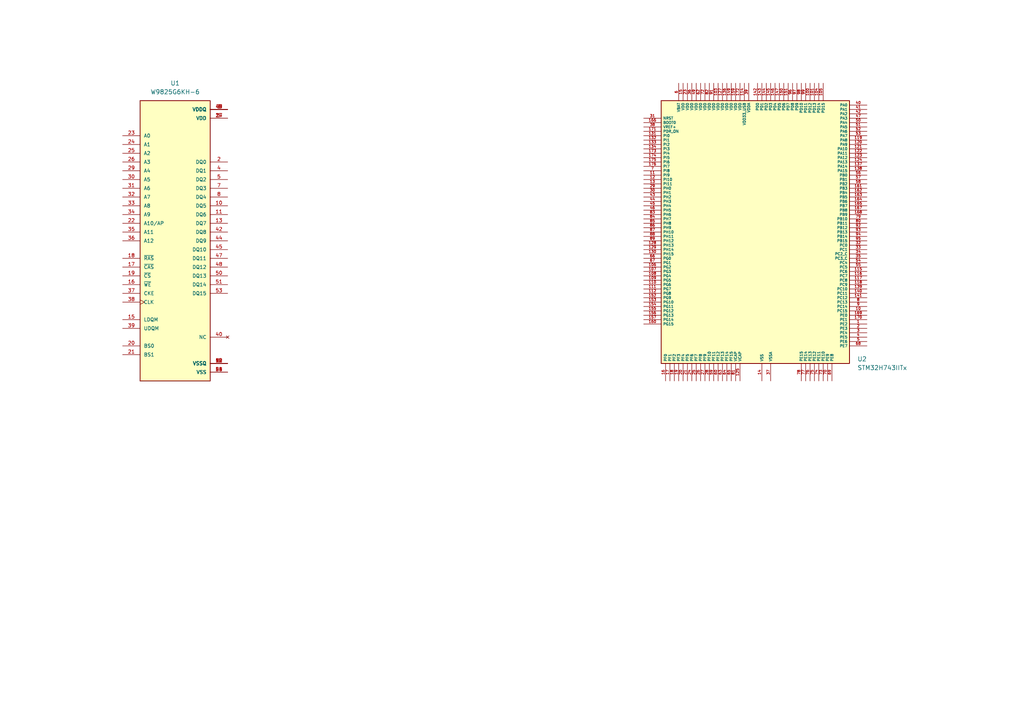
<source format=kicad_sch>
(kicad_sch (version 20250114) (generator "eeschema") (generator_version "9.0")
  (paper "A4")
  (lib_symbols
    (symbol "MCU_ST_STM32H7:STM32H743IITx"
      (property "Reference" "U2" (at 9.906 29.21 0))
      (property "Value" "STM32H743IITx" (at 9.906 26.67 0))
      (symbol "STM32H743IITx_0_1"
        (rectangle (start -46.99 104.14) (end 7.62 27.94) (stroke (width 0.254)) (fill (type background)))
      )
      (symbol "STM32H743IITx_1_1"
        (pin input line (at -52.07 99.06 0) (length 5.08) (name "NRST") (number "31"))
        (pin input line (at -52.07 97.79 0) (length 5.08) (name "BOOT0") (number "166"))
        (pin input line (at -52.07 96.52 0) (length 5.08) (name "VREF+") (number "38"))
        (pin input line (at -52.07 95.25 0) (length 5.08) (name "PDR_ON") (number "171"))
        (pin bidirectional line (at -52.07 93.98 0) (length 5.08) (name "PI0") (number "131"))
        (pin bidirectional line (at -52.07 92.71 0) (length 5.08) (name "PI1") (number "132"))
        (pin bidirectional line (at -52.07 91.44 0) (length 5.08) (name "PI2") (number "133"))
        (pin bidirectional line (at -52.07 90.17 0) (length 5.08) (name "PI3") (number "134"))
        (pin bidirectional line (at -52.07 88.9 0) (length 5.08) (name "PI4") (number "173"))
        (pin bidirectional line (at -52.07 87.63 0) (length 5.08) (name "PI5") (number "174"))
        (pin bidirectional line (at -52.07 86.36 0) (length 5.08) (name "PI6") (number "175"))
        (pin bidirectional line (at -52.07 85.09 0) (length 5.08) (name "PI7") (number "176"))
        (pin bidirectional line (at -52.07 83.82 0) (length 5.08) (name "PI8") (number "7"))
        (pin bidirectional line (at -52.07 82.55 0) (length 5.08) (name "PI9") (number "11"))
        (pin bidirectional line (at -52.07 81.28 0) (length 5.08) (name "PI10") (number "12"))
        (pin bidirectional line (at -52.07 80.01 0) (length 5.08) (name "PI11") (number "13"))
        (pin bidirectional line (at -52.07 78.74 0) (length 5.08) (name "PH0") (number "29"))
        (pin bidirectional line (at -52.07 77.47 0) (length 5.08) (name "PH1") (number "30"))
        (pin bidirectional line (at -52.07 76.2 0) (length 5.08) (name "PH2") (number "43"))
        (pin bidirectional line (at -52.07 74.93 0) (length 5.08) (name "PH3") (number "44"))
        (pin bidirectional line (at -52.07 73.66 0) (length 5.08) (name "PH4") (number "45"))
        (pin bidirectional line (at -52.07 72.39 0) (length 5.08) (name "PH5") (number "46"))
        (pin bidirectional line (at -52.07 71.12 0) (length 5.08) (name "PH6") (number "83"))
        (pin bidirectional line (at -52.07 69.85 0) (length 5.08) (name "PH7") (number "84"))
        (pin bidirectional line (at -52.07 68.58 0) (length 5.08) (name "PH8") (number "85"))
        (pin bidirectional line (at -52.07 67.31 0) (length 5.08) (name "PH9") (number "86"))
        (pin bidirectional line (at -52.07 66.04 0) (length 5.08) (name "PH10") (number "87"))
        (pin bidirectional line (at -52.07 64.77 0) (length 5.08) (name "PH11") (number "88"))
        (pin bidirectional line (at -52.07 63.5 0) (length 5.08) (name "PH12") (number "89"))
        (pin bidirectional line (at -52.07 62.23 0) (length 5.08) (name "PH13") (number "128"))
        (pin bidirectional line (at -52.07 60.96 0) (length 5.08) (name "PH14") (number "129"))
        (pin bidirectional line (at -52.07 59.69 0) (length 5.08) (name "PH15") (number "130"))
        (pin bidirectional line (at -52.07 58.42 0) (length 5.08) (name "PG0") (number "66"))
        (pin bidirectional line (at -52.07 57.15 0) (length 5.08) (name "PG1") (number "67"))
        (pin bidirectional line (at -52.07 55.88 0) (length 5.08) (name "PG2") (number "106"))
        (pin bidirectional line (at -52.07 54.61 0) (length 5.08) (name "PG3") (number "107"))
        (pin bidirectional line (at -52.07 53.34 0) (length 5.08) (name "PG4") (number "108"))
        (pin bidirectional line (at -52.07 52.07 0) (length 5.08) (name "PG5") (number "109"))
        (pin bidirectional line (at -52.07 50.8 0) (length 5.08) (name "PG6") (number "110"))
        (pin bidirectional line (at -52.07 49.53 0) (length 5.08) (name "PG7") (number "111"))
        (pin bidirectional line (at -52.07 48.26 0) (length 5.08) (name "PG8") (number "112"))
        (pin bidirectional line (at -52.07 46.99 0) (length 5.08) (name "PG9") (number "152"))
        (pin bidirectional line (at -52.07 45.72 0) (length 5.08) (name "PG10") (number "153"))
        (pin bidirectional line (at -52.07 44.45 0) (length 5.08) (name "PG11") (number "154"))
        (pin bidirectional line (at -52.07 43.18 0) (length 5.08) (name "PG12") (number "155"))
        (pin bidirectional line (at -52.07 41.91 0) (length 5.08) (name "PG13") (number "156"))
        (pin bidirectional line (at -52.07 40.64 0) (length 5.08) (name "PG14") (number "157"))
        (pin bidirectional line (at -52.07 39.37 0) (length 5.08) (name "PG15") (number "160"))
        (pin bidirectional line (at -45.72 22.86 90) (length 5.08) (name "PF0") (number "16"))
        (pin bidirectional line (at -44.45 22.86 90) (length 5.08) (name "PF1") (number "17"))
        (pin bidirectional line (at -43.18 22.86 90) (length 5.08) (name "PF2") (number "18"))
        (pin power_in line (at -41.91 109.22 270) (length 5.08) (name "VBAT") (number "6"))
        (pin bidirectional line (at -41.91 22.86 90) (length 5.08) (name "PF3") (number "19"))
        (pin power_in line (at -40.64 109.22 270) (length 5.08) (name "VDD") (number "15"))
        (pin bidirectional line (at -40.64 22.86 90) (length 5.08) (name "PF4") (number "20"))
        (pin power_in line (at -39.37 109.22 270) (length 5.08) (name "VDD") (number "23"))
        (pin bidirectional line (at -39.37 22.86 90) (length 5.08) (name "PF5") (number "21"))
        (pin power_in line (at -38.1 109.22 270) (length 5.08) (name "VDD") (number "36"))
        (pin bidirectional line (at -38.1 22.86 90) (length 5.08) (name "PF6") (number "24"))
        (pin power_in line (at -36.83 109.22 270) (length 5.08) (name "VDD") (number "49"))
        (pin bidirectional line (at -36.83 22.86 90) (length 5.08) (name "PF7") (number "25"))
        (pin power_in line (at -35.56 109.22 270) (length 5.08) (name "VDD") (number "62"))
        (pin bidirectional line (at -35.56 22.86 90) (length 5.08) (name "PF8") (number "26"))
        (pin power_in line (at -34.29 109.22 270) (length 5.08) (name "VDD") (number "72"))
        (pin bidirectional line (at -34.29 22.86 90) (length 5.08) (name "PF9") (number "27"))
        (pin power_in line (at -33.02 109.22 270) (length 5.08) (name "VDD") (number "82"))
        (pin bidirectional line (at -33.02 22.86 90) (length 5.08) (name "PF10") (number "28"))
        (pin power_in line (at -31.75 109.22 270) (length 5.08) (name "VDD") (number "91"))
        (pin bidirectional line (at -31.75 22.86 90) (length 5.08) (name "PF11") (number "59"))
        (pin power_in line (at -30.48 109.22 270) (length 5.08) (name "VDD") (number "103"))
        (pin bidirectional line (at -30.48 22.86 90) (length 5.08) (name "PF12") (number "60"))
        (pin power_in line (at -29.21 109.22 270) (length 5.08) (name "VDD") (number "127"))
        (pin bidirectional line (at -29.21 22.86 90) (length 5.08) (name "PF13") (number "63"))
        (pin power_in line (at -27.94 109.22 270) (length 5.08) (name "VDD") (number "136"))
        (pin bidirectional line (at -27.94 22.86 90) (length 5.08) (name "PF14") (number "64"))
        (pin power_in line (at -26.67 109.22 270) (length 5.08) (name "VDD") (number "149"))
        (pin bidirectional line (at -26.67 22.86 90) (length 5.08) (name "PF15") (number "65"))
        (pin power_in line (at -25.4 109.22 270) (length 5.08) (name "VDD") (number "159"))
        (pin power_out line (at -25.4 22.86 90) (length 5.08) (name "VCAP") (number "81"))
        (pin power_in line (at -24.13 109.22 270) (length 5.08) (name "VDD") (number "172"))
        (pin power_out line (at -24.13 22.86 90) (length 5.08) (name "VCAP") (number "125"))
        (pin power_in line (at -22.86 109.22 270) (length 5.08) (name "VDD33_USB") (number "114"))
        (pin power_in line (at -21.59 109.22 270) (length 5.08) (name "VDDA") (number "39"))
        (pin bidirectional line (at -19.05 109.22 270) (length 5.08) (name "PD0") (number "142"))
        (pin bidirectional line (at -17.78 109.22 270) (length 5.08) (name "PD1") (number "143"))
        (pin passive line (at -17.78 22.86 90) (length 5.08) (hide yes) (name "VSS") (number "102"))
        (pin passive line (at -17.78 22.86 90) (length 5.08) (hide yes) (name "VSS") (number "113"))
        (pin passive line (at -17.78 22.86 90) (length 5.08) (hide yes) (name "VSS") (number "126"))
        (pin passive line (at -17.78 22.86 90) (length 5.08) (hide yes) (name "VSS") (number "135"))
        (pin power_in line (at -17.78 22.86 90) (length 5.08) (name "VSS") (number "14"))
        (pin passive line (at -17.78 22.86 90) (length 5.08) (hide yes) (name "VSS") (number "148"))
        (pin passive line (at -17.78 22.86 90) (length 5.08) (hide yes) (name "VSS") (number "158"))
        (pin passive line (at -17.78 22.86 90) (length 5.08) (hide yes) (name "VSS") (number "22"))
        (pin passive line (at -17.78 22.86 90) (length 5.08) (hide yes) (name "VSS") (number "48"))
        (pin passive line (at -17.78 22.86 90) (length 5.08) (hide yes) (name "VSS") (number "61"))
        (pin passive line (at -17.78 22.86 90) (length 5.08) (hide yes) (name "VSS") (number "71"))
        (pin passive line (at -17.78 22.86 90) (length 5.08) (hide yes) (name "VSS") (number "90"))
        (pin bidirectional line (at -16.51 109.22 270) (length 5.08) (name "PD2") (number "144"))
        (pin bidirectional line (at -15.24 109.22 270) (length 5.08) (name "PD3") (number "145"))
        (pin power_in line (at -15.24 22.86 90) (length 5.08) (name "VSSA") (number "37"))
        (pin bidirectional line (at -13.97 109.22 270) (length 5.08) (name "PD4") (number "146"))
        (pin bidirectional line (at -12.7 109.22 270) (length 5.08) (name "PD5") (number "147"))
        (pin bidirectional line (at -11.43 109.22 270) (length 5.08) (name "PD6") (number "150"))
        (pin bidirectional line (at -10.16 109.22 270) (length 5.08) (name "PD7") (number "151"))
        (pin bidirectional line (at -8.89 109.22 270) (length 5.08) (name "PD8") (number "96"))
        (pin bidirectional line (at -7.62 109.22 270) (length 5.08) (name "PD9") (number "97"))
        (pin bidirectional line (at -6.35 109.22 270) (length 5.08) (name "PD10") (number "98"))
        (pin bidirectional line (at -6.35 22.86 90) (length 5.08) (name "PE15") (number "78"))
        (pin bidirectional line (at -5.08 109.22 270) (length 5.08) (name "PD11") (number "99"))
        (pin bidirectional line (at -5.08 22.86 90) (length 5.08) (name "PE14") (number "77"))
        (pin bidirectional line (at -3.81 109.22 270) (length 5.08) (name "PD12") (number "100"))
        (pin bidirectional line (at -3.81 22.86 90) (length 5.08) (name "PE13") (number "76"))
        (pin bidirectional line (at -2.54 109.22 270) (length 5.08) (name "PD13") (number "101"))
        (pin bidirectional line (at -2.54 22.86 90) (length 5.08) (name "PE12") (number "75"))
        (pin bidirectional line (at -1.27 109.22 270) (length 5.08) (name "PD14") (number "104"))
        (pin bidirectional line (at -1.27 22.86 90) (length 5.08) (name "PE11") (number "74"))
        (pin bidirectional line (at 0 109.22 270) (length 5.08) (name "PD15") (number "105"))
        (pin bidirectional line (at 0 22.86 90) (length 5.08) (name "PE10") (number "73"))
        (pin bidirectional line (at 1.27 22.86 90) (length 5.08) (name "PE9") (number "70"))
        (pin bidirectional line (at 2.54 22.86 90) (length 5.08) (name "PE8") (number "69"))
        (pin bidirectional line (at 12.7 102.87 180) (length 5.08) (name "PA0") (number "40"))
        (pin bidirectional line (at 12.7 101.6 180) (length 5.08) (name "PA1") (number "41"))
        (pin bidirectional line (at 12.7 100.33 180) (length 5.08) (name "PA2") (number "42"))
        (pin bidirectional line (at 12.7 99.06 180) (length 5.08) (name "PA3") (number "47"))
        (pin bidirectional line (at 12.7 97.79 180) (length 5.08) (name "PA4") (number "50"))
        (pin bidirectional line (at 12.7 96.52 180) (length 5.08) (name "PA5") (number "51"))
        (pin bidirectional line (at 12.7 95.25 180) (length 5.08) (name "PA6") (number "52"))
        (pin bidirectional line (at 12.7 93.98 180) (length 5.08) (name "PA7") (number "53"))
        (pin bidirectional line (at 12.7 92.71 180) (length 5.08) (name "PA8") (number "119"))
        (pin bidirectional line (at 12.7 91.44 180) (length 5.08) (name "PA9") (number "120"))
        (pin bidirectional line (at 12.7 90.17 180) (length 5.08) (name "PA10") (number "121"))
        (pin bidirectional line (at 12.7 88.9 180) (length 5.08) (name "PA11") (number "122"))
        (pin bidirectional line (at 12.7 87.63 180) (length 5.08) (name "PA12") (number "123"))
        (pin bidirectional line (at 12.7 86.36 180) (length 5.08) (name "PA13") (number "124"))
        (pin bidirectional line (at 12.7 85.09 180) (length 5.08) (name "PA14") (number "137"))
        (pin bidirectional line (at 12.7 83.82 180) (length 5.08) (name "PA15") (number "138"))
        (pin bidirectional line (at 12.7 82.55 180) (length 5.08) (name "PB0") (number "56"))
        (pin bidirectional line (at 12.7 81.28 180) (length 5.08) (name "PB1") (number "57"))
        (pin bidirectional line (at 12.7 80.01 180) (length 5.08) (name "PB2") (number "58"))
        (pin bidirectional line (at 12.7 78.74 180) (length 5.08) (name "PB3") (number "161"))
        (pin bidirectional line (at 12.7 77.47 180) (length 5.08) (name "PB4") (number "162"))
        (pin bidirectional line (at 12.7 76.2 180) (length 5.08) (name "PB5") (number "163"))
        (pin bidirectional line (at 12.7 74.93 180) (length 5.08) (name "PB6") (number "164"))
        (pin bidirectional line (at 12.7 73.66 180) (length 5.08) (name "PB7") (number "165"))
        (pin bidirectional line (at 12.7 72.39 180) (length 5.08) (name "PB8") (number "167"))
        (pin bidirectional line (at 12.7 71.12 180) (length 5.08) (name "PB9") (number "168"))
        (pin bidirectional line (at 12.7 69.85 180) (length 5.08) (name "PB10") (number "79"))
        (pin bidirectional line (at 12.7 68.58 180) (length 5.08) (name "PB11") (number "80"))
        (pin bidirectional line (at 12.7 67.31 180) (length 5.08) (name "PB12") (number "92"))
        (pin bidirectional line (at 12.7 66.04 180) (length 5.08) (name "PB13") (number "93"))
        (pin bidirectional line (at 12.7 64.77 180) (length 5.08) (name "PB14") (number "94"))
        (pin bidirectional line (at 12.7 63.5 180) (length 5.08) (name "PB15") (number "95"))
        (pin bidirectional line (at 12.7 62.23 180) (length 5.08) (name "PC0") (number "32"))
        (pin bidirectional line (at 12.7 60.96 180) (length 5.08) (name "PC1") (number "33"))
        (pin bidirectional line (at 12.7 59.69 180) (length 5.08) (name "PC2_C") (number "34"))
        (pin bidirectional line (at 12.7 58.42 180) (length 5.08) (name "PC3_C") (number "35"))
        (pin bidirectional line (at 12.7 57.15 180) (length 5.08) (name "PC4") (number "54"))
        (pin bidirectional line (at 12.7 55.88 180) (length 5.08) (name "PC5") (number "55"))
        (pin bidirectional line (at 12.7 54.61 180) (length 5.08) (name "PC6") (number "115"))
        (pin bidirectional line (at 12.7 53.34 180) (length 5.08) (name "PC7") (number "116"))
        (pin bidirectional line (at 12.7 52.07 180) (length 5.08) (name "PC8") (number "117"))
        (pin bidirectional line (at 12.7 50.8 180) (length 5.08) (name "PC9") (number "118"))
        (pin bidirectional line (at 12.7 49.53 180) (length 5.08) (name "PC10") (number "139"))
        (pin bidirectional line (at 12.7 48.26 180) (length 5.08) (name "PC11") (number "140"))
        (pin bidirectional line (at 12.7 46.99 180) (length 5.08) (name "PC12") (number "141"))
        (pin bidirectional line (at 12.7 45.72 180) (length 5.08) (name "PC13") (number "8"))
        (pin bidirectional line (at 12.7 44.45 180) (length 5.08) (name "PC14") (number "9"))
        (pin bidirectional line (at 12.7 43.18 180) (length 5.08) (name "PC15") (number "10"))
        (pin bidirectional line (at 12.7 41.91 180) (length 5.08) (name "PE0") (number "169"))
        (pin bidirectional line (at 12.7 40.64 180) (length 5.08) (name "PE1") (number "170"))
        (pin bidirectional line (at 12.7 39.37 180) (length 5.08) (name "PE2") (number "1"))
        (pin bidirectional line (at 12.7 38.1 180) (length 5.08) (name "PE3") (number "2"))
        (pin bidirectional line (at 12.7 36.83 180) (length 5.08) (name "PE4") (number "3"))
        (pin bidirectional line (at 12.7 35.56 180) (length 5.08) (name "PE5") (number "4"))
        (pin bidirectional line (at 12.7 34.29 180) (length 5.08) (name "PE6") (number "5"))
        (pin bidirectional line (at 12.7 33.02 180) (length 5.08) (name "PE7") (number "68"))
      )
    )
    (symbol "W9825G6KH-6:W9825G6KH-6" (pin_names (offset 1.016))
      (property "Reference" "U1" (at 0 45.72 0))
      (property "Value" "W9825G6KH-6" (at 0 43.18 0))
      (symbol "W9825G6KH-6_0_0"
        (rectangle (start -10.16 -40.64) (end 10.16 40.64) (stroke (width 0.254)) (fill (type background)))
        (pin input line (at -15.24 30.48 0) (length 5.08) (name "A0") (number "23"))
        (pin input line (at -15.24 27.94 0) (length 5.08) (name "A1") (number "24"))
        (pin input line (at -15.24 25.4 0) (length 5.08) (name "A2") (number "25"))
        (pin input line (at -15.24 22.86 0) (length 5.08) (name "A3") (number "26"))
        (pin input line (at -15.24 20.32 0) (length 5.08) (name "A4") (number "29"))
        (pin input line (at -15.24 17.78 0) (length 5.08) (name "A5") (number "30"))
        (pin input line (at -15.24 15.24 0) (length 5.08) (name "A6") (number "31"))
        (pin input line (at -15.24 12.7 0) (length 5.08) (name "A7") (number "32"))
        (pin input line (at -15.24 10.16 0) (length 5.08) (name "A8") (number "33"))
        (pin input line (at -15.24 7.62 0) (length 5.08) (name "A9") (number "34"))
        (pin input line (at -15.24 5.08 0) (length 5.08) (name "A10/AP") (number "22"))
        (pin input line (at -15.24 2.54 0) (length 5.08) (name "A11") (number "35"))
        (pin input line (at -15.24 0 0) (length 5.08) (name "A12") (number "36"))
        (pin input line (at -15.24 -5.08 0) (length 5.08) (name "~{RAS}") (number "18"))
        (pin input line (at -15.24 -7.62 0) (length 5.08) (name "~{CAS}") (number "17"))
        (pin input line (at -15.24 -10.16 0) (length 5.08) (name "~{CS}") (number "19"))
        (pin input line (at -15.24 -12.7 0) (length 5.08) (name "~{WE}") (number "16"))
        (pin input line (at -15.24 -15.24 0) (length 5.08) (name "CKE") (number "37"))
        (pin input clock (at -15.24 -17.78 0) (length 5.08) (name "CLK") (number "38"))
        (pin input line (at -15.24 -22.86 0) (length 5.08) (name "LDQM") (number "15"))
        (pin input line (at -15.24 -25.4 0) (length 5.08) (name "UDQM") (number "39"))
        (pin input line (at -15.24 -30.48 0) (length 5.08) (name "BS0") (number "20"))
        (pin input line (at -15.24 -33.02 0) (length 5.08) (name "BS1") (number "21"))
        (pin power_in line (at 15.24 38.1 180) (length 5.08) (name "VDDQ") (number "3"))
        (pin power_in line (at 15.24 38.1 180) (length 5.08) (name "VDDQ") (number "43"))
        (pin power_in line (at 15.24 38.1 180) (length 5.08) (name "VDDQ") (number "49"))
        (pin power_in line (at 15.24 38.1 180) (length 5.08) (name "VDDQ") (number "9"))
        (pin power_in line (at 15.24 35.56 180) (length 5.08) (name "VDD") (number "1"))
        (pin power_in line (at 15.24 35.56 180) (length 5.08) (name "VDD") (number "14"))
        (pin power_in line (at 15.24 35.56 180) (length 5.08) (name "VDD") (number "27"))
        (pin bidirectional line (at 15.24 22.86 180) (length 5.08) (name "DQ0") (number "2"))
        (pin bidirectional line (at 15.24 20.32 180) (length 5.08) (name "DQ1") (number "4"))
        (pin bidirectional line (at 15.24 17.78 180) (length 5.08) (name "DQ2") (number "5"))
        (pin bidirectional line (at 15.24 15.24 180) (length 5.08) (name "DQ3") (number "7"))
        (pin bidirectional line (at 15.24 12.7 180) (length 5.08) (name "DQ4") (number "8"))
        (pin bidirectional line (at 15.24 10.16 180) (length 5.08) (name "DQ5") (number "10"))
        (pin bidirectional line (at 15.24 7.62 180) (length 5.08) (name "DQ6") (number "11"))
        (pin bidirectional line (at 15.24 5.08 180) (length 5.08) (name "DQ7") (number "13"))
        (pin bidirectional line (at 15.24 2.54 180) (length 5.08) (name "DQ8") (number "42"))
        (pin bidirectional line (at 15.24 0 180) (length 5.08) (name "DQ9") (number "44"))
        (pin bidirectional line (at 15.24 -2.54 180) (length 5.08) (name "DQ10") (number "45"))
        (pin bidirectional line (at 15.24 -5.08 180) (length 5.08) (name "DQ11") (number "47"))
        (pin bidirectional line (at 15.24 -7.62 180) (length 5.08) (name "DQ12") (number "48"))
        (pin bidirectional line (at 15.24 -10.16 180) (length 5.08) (name "DQ13") (number "50"))
        (pin bidirectional line (at 15.24 -12.7 180) (length 5.08) (name "DQ14") (number "51"))
        (pin bidirectional line (at 15.24 -15.24 180) (length 5.08) (name "DQ15") (number "53"))
        (pin no_connect line (at 15.24 -27.94 180) (length 5.08) (name "NC") (number "40"))
        (pin power_in line (at 15.24 -35.56 180) (length 5.08) (name "VSSQ") (number "12"))
        (pin power_in line (at 15.24 -35.56 180) (length 5.08) (name "VSSQ") (number "46"))
        (pin power_in line (at 15.24 -35.56 180) (length 5.08) (name "VSSQ") (number "52"))
        (pin power_in line (at 15.24 -35.56 180) (length 5.08) (name "VSSQ") (number "6"))
        (pin power_in line (at 15.24 -38.1 180) (length 5.08) (name "VSS") (number "28"))
        (pin power_in line (at 15.24 -38.1 180) (length 5.08) (name "VSS") (number "41"))
        (pin power_in line (at 15.24 -38.1 180) (length 5.08) (name "VSS") (number "54"))
      )
    )
  )
  (symbol (lib_id "W9825G6KH-6:W9825G6KH-6") (at 50.8 69.85 0) (unit 1)
    (property "Reference" "U1" (at 50.8 24.13 0))
    (property "Value" "W9825G6KH-6" (at 50.8 26.67 0))
    (property "Footprint" "W9825G6KH-6:SOP80P1176X120-54N" (effects (hide yes)))
    (property "MF" "Winbond Electronics" (effects (hide yes)))
    (property "MAXIMUM_PACKAGE_HEIGHT" "1.2 mm" (effects (hide yes)))
    (property "Package" "TSOP-54 Winbond Electronics" (effects (hide yes)))
    (property "Price" "None" (effects (hide yes)))
    (property "Check_prices" "https://www.snapeda.com/parts/W9825G6KH-6/Winbond/view-part/?ref=eda" (effects (hide yes)))
    (property "STANDARD" "IPC 7351B" (effects (hide yes)))
    (property "PARTREV" "A05" (effects (hide yes)))
    (property "SnapEDA_Link" "https://www.snapeda.com/parts/W9825G6KH-6/Winbond/view-part/?ref=snap" (effects (hide yes)))
    (property "MP" "W9825G6KH-6" (effects (hide yes)))
    (property "Description_1" "SDRAM Memory IC 256Mb (16M x 16) Parallel 166 MHz 5 ns 54-TSOP II" (effects (hide yes)))
    (property "Availability" "In Stock" (effects (hide yes)))
    (property "MANUFACTURER" "Winbond" (effects (hide yes)))
  )
  (symbol (lib_id "MCU_ST_STM32H7:STM32H743IITx") (at 238.76 133.35 0) (unit 1)
    (property "Reference" "U2" (at 248.666 104.14 0) (effects (justify left)))
    (property "Value" "STM32H743IITx" (at 248.666 106.68 0) (effects (justify left)))
    (property "Footprint" "Package_QFP:LQFP-176_24x24mm_P0.5mm" (effects (hide yes)))
    (property "Datasheet" "https://www.st.com/resource/en/datasheet/stm32h743ii.pdf" (effects (hide yes)))
    (property "Description" "STMicroelectronics Arm Cortex-M7 MCU, 2048KB flash, 1024KB RAM, 480 MHz, 1.62-3.6V, 140 GPIO, LQFP176" (effects (hide yes)))
  )
)
</source>
